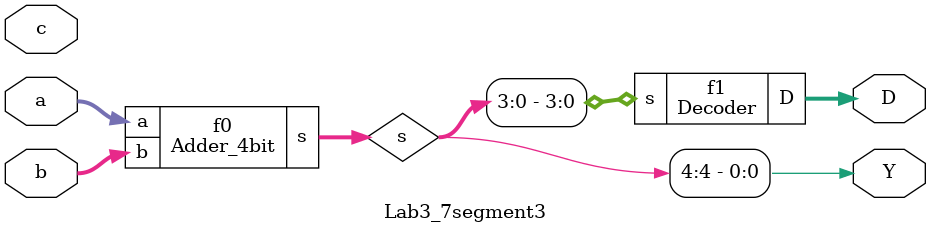
<source format=v>
module Adder_Full( a, b, ci, s, cout );
    input wire a, b, ci;
    output wire s, cout;
    
    assign s = ci ^ (a ^ b);
    assign cout = (ci & (a ^ b)) | (a & b);
    
endmodule

module Adder_4bit( a, b,s);
    input wire [3:0] a, b;
    output wire [4:0] s;
    
    wire c1, c2, c3;
    
    Adder_Full fa0( a[0], b[0], 0, s[0], c1);
    Adder_Full fa1( a[1], b[1], c1, s[1], c2);
    Adder_Full fa2( a[2], b[2], c2, s[2], c3);
    Adder_Full fa3( a[3], b[3], c3, s[3], s[4]);
    
endmodule

module Decoder( s, D );

    input wire [3:0] s;
    output reg [6:0] D;
    
//    Adder_4bit fa0( a, b, s ); 
    
//    assign D[0] = (s[3] & s[0] & (s[2] ^ s[1])) | (~s[3] & ~s[1] & (s[2] ^ s[0]));
//    assign D[1] = (~s[3] & s[2] & ~s[1] & s[0]) | (s[1] & s[0] & s[3]) | (s[1] & ~s[0] & s[2]);
//    assign D[2] = (s[3] & s[2] & (~s[0] | s[1])) | (~s[3] & ~s[2] & s[1] & ~s[0]);
//    assign D[3] = (~s[3] & ~s[1] & ~(s[0] ^ s[2])) | (s[3] & ~s[2] & s[1] & ~s[0]) | (s[1] & s[0] & s[2]);
//    assign D[4] = (~s[3] & s[2] & ~s[1]) | s[0] & (~s[3] | (~s[2] & ~s[1]));
//    assign D[5] = (~s[3] & ~s[2] & (s[1] | s[0])) | (s[0] & s[1] & ~s[3]) | (s[3] & s[2] & ~s[1] & s[0]);
//    assign D[6] = (~s[3] & s[0] & ~(s[2] ^ s[1])) | (s[3] & s[2] & ~s[1] & ~s[0]);

    always @ ( * )                  // * is short for all signals
        case (s)                   // case statement 
        //4'd0: D = 7'b000_0001;
        4'd0: D = 7'b100_0000;  // when data is 0
        4'd1: D = 7'b111_1001;  // when data is 1 
        4'd2: D = 7'b010_0100;
        4'd3: D = 7'b011_0000;
        4'd4: D = 7'b001_1001;
        4'd5: D = 7'b001_0010;
        4'd6: D = 7'b000_0010;
        4'd7: D = 7'b111_1000;
        4'd8: D = 7'b000_0000;
        4'd9: D = 7'b001_0000;
        4'd10: D = 7'b000_1000;
        4'd11: D = 7'b000_0011;
        4'd12: D = 7'b100_0110;
        4'd13: D = 7'b010_0001;
        4'd14: D = 7'b000_0110;
        4'd15: D = 7'b000_1110;
        // etc etc
        default: D = 7'b000_0000; // required
    endcase

endmodule

module Lab3_7segment3(a, b, c, D, Y);

input [3:0] a, b;
input [1:0] c; // select which 7-segment display to turn 
wire [4:0] s;
output wire [6:0] D;
output Y;

reg [3:0] AN;

always @ ( * )                  // * is short for all signals
     case (c)                   // case statement 
        //4'd0: D = 7'b000_0001;
        2'd0: AN = 4'b0001;  // when data is 0
        2'd1: AN = 4'b0010;  // when data is 1 
        2'd2: AN = 4'b0100;
        2'd3: AN = 4'b1000;
        // etc etc
        default: AN = 4'b0000; // required
    endcase

 Adder_4bit f0( a, b, s);
 Decoder f1( s[3:0], D );
 assign Y = s[4];

endmodule
</source>
